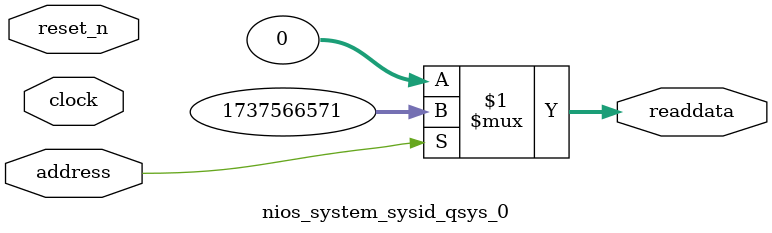
<source format=v>



// synthesis translate_off
`timescale 1ns / 1ps
// synthesis translate_on

// turn off superfluous verilog processor warnings 
// altera message_level Level1 
// altera message_off 10034 10035 10036 10037 10230 10240 10030 

module nios_system_sysid_qsys_0 (
               // inputs:
                address,
                clock,
                reset_n,

               // outputs:
                readdata
             )
;

  output  [ 31: 0] readdata;
  input            address;
  input            clock;
  input            reset_n;

  wire    [ 31: 0] readdata;
  //control_slave, which is an e_avalon_slave
  assign readdata = address ? 1737566571 : 0;

endmodule



</source>
